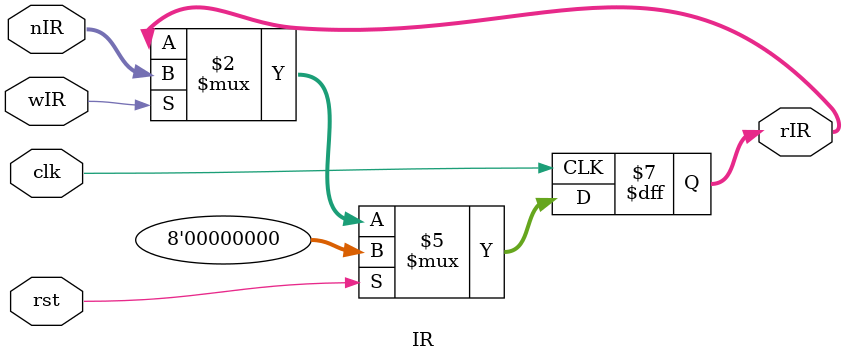
<source format=v>

`default_nettype none

module IR (
        input clk,              // clock
        input [7:0] nIR,
        // control signals
        input wIR,                // enable signal
        input rst,
        // output: register value
        output reg [7:0] rIR
    );

    always @(posedge clk) begin
        if(rst)
          rIR <= 8'b 0;
        else
          if(wIR) begin
            rIR <= nIR;
          end
    end

endmodule

</source>
